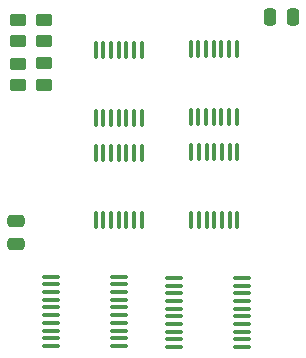
<source format=gbr>
%TF.GenerationSoftware,KiCad,Pcbnew,(6.0.0-0)*%
%TF.CreationDate,2022-02-14T20:59:39-05:00*%
%TF.ProjectId,Shifter-v6,53686966-7465-4722-9d76-362e6b696361,rev?*%
%TF.SameCoordinates,Original*%
%TF.FileFunction,Paste,Top*%
%TF.FilePolarity,Positive*%
%FSLAX46Y46*%
G04 Gerber Fmt 4.6, Leading zero omitted, Abs format (unit mm)*
G04 Created by KiCad (PCBNEW (6.0.0-0)) date 2022-02-14 20:59:39*
%MOMM*%
%LPD*%
G01*
G04 APERTURE LIST*
G04 Aperture macros list*
%AMRoundRect*
0 Rectangle with rounded corners*
0 $1 Rounding radius*
0 $2 $3 $4 $5 $6 $7 $8 $9 X,Y pos of 4 corners*
0 Add a 4 corners polygon primitive as box body*
4,1,4,$2,$3,$4,$5,$6,$7,$8,$9,$2,$3,0*
0 Add four circle primitives for the rounded corners*
1,1,$1+$1,$2,$3*
1,1,$1+$1,$4,$5*
1,1,$1+$1,$6,$7*
1,1,$1+$1,$8,$9*
0 Add four rect primitives between the rounded corners*
20,1,$1+$1,$2,$3,$4,$5,0*
20,1,$1+$1,$4,$5,$6,$7,0*
20,1,$1+$1,$6,$7,$8,$9,0*
20,1,$1+$1,$8,$9,$2,$3,0*%
G04 Aperture macros list end*
%ADD10RoundRect,0.100000X0.637500X0.100000X-0.637500X0.100000X-0.637500X-0.100000X0.637500X-0.100000X0*%
%ADD11RoundRect,0.100000X-0.637500X-0.100000X0.637500X-0.100000X0.637500X0.100000X-0.637500X0.100000X0*%
%ADD12RoundRect,0.100000X0.100000X-0.637500X0.100000X0.637500X-0.100000X0.637500X-0.100000X-0.637500X0*%
%ADD13RoundRect,0.250000X-0.450000X0.262500X-0.450000X-0.262500X0.450000X-0.262500X0.450000X0.262500X0*%
%ADD14RoundRect,0.250000X-0.475000X0.250000X-0.475000X-0.250000X0.475000X-0.250000X0.475000X0.250000X0*%
%ADD15RoundRect,0.250000X-0.250000X-0.475000X0.250000X-0.475000X0.250000X0.475000X-0.250000X0.475000X0*%
G04 APERTURE END LIST*
D10*
%TO.C,U5*%
X170248500Y-96143000D03*
X170248500Y-95493000D03*
X170248500Y-94843000D03*
X170248500Y-94193000D03*
X170248500Y-93543000D03*
X170248500Y-92893000D03*
X170248500Y-92243000D03*
X170248500Y-91593000D03*
X170248500Y-90943000D03*
X170248500Y-90293000D03*
X164523500Y-90293000D03*
X164523500Y-90943000D03*
X164523500Y-91593000D03*
X164523500Y-92243000D03*
X164523500Y-92893000D03*
X164523500Y-93543000D03*
X164523500Y-94193000D03*
X164523500Y-94843000D03*
X164523500Y-95493000D03*
X164523500Y-96143000D03*
%TD*%
D11*
%TO.C,U6*%
X174937500Y-90397000D03*
X174937500Y-91047000D03*
X174937500Y-91697000D03*
X174937500Y-92347000D03*
X174937500Y-92997000D03*
X174937500Y-93647000D03*
X174937500Y-94297000D03*
X174937500Y-94947000D03*
X174937500Y-95597000D03*
X174937500Y-96247000D03*
X180662500Y-96247000D03*
X180662500Y-95597000D03*
X180662500Y-94947000D03*
X180662500Y-94297000D03*
X180662500Y-93647000D03*
X180662500Y-92997000D03*
X180662500Y-92347000D03*
X180662500Y-91697000D03*
X180662500Y-91047000D03*
X180662500Y-90397000D03*
%TD*%
D12*
%TO.C,U2*%
X168300000Y-85512500D03*
X168950000Y-85512500D03*
X169600000Y-85512500D03*
X170250000Y-85512500D03*
X170900000Y-85512500D03*
X171550000Y-85512500D03*
X172200000Y-85512500D03*
X172200000Y-79787500D03*
X171550000Y-79787500D03*
X170900000Y-79787500D03*
X170250000Y-79787500D03*
X169600000Y-79787500D03*
X168950000Y-79787500D03*
X168300000Y-79787500D03*
%TD*%
D13*
%TO.C,R11*%
X163900000Y-68525000D03*
X163900000Y-70350000D03*
%TD*%
D12*
%TO.C,U1*%
X168300000Y-76812500D03*
X168950000Y-76812500D03*
X169600000Y-76812500D03*
X170250000Y-76812500D03*
X170900000Y-76812500D03*
X171550000Y-76812500D03*
X172200000Y-76812500D03*
X172200000Y-71087500D03*
X171550000Y-71087500D03*
X170900000Y-71087500D03*
X170250000Y-71087500D03*
X169600000Y-71087500D03*
X168950000Y-71087500D03*
X168300000Y-71087500D03*
%TD*%
D13*
%TO.C,R12*%
X161700000Y-68537500D03*
X161700000Y-70362500D03*
%TD*%
D14*
%TO.C,C2*%
X161550000Y-85600000D03*
X161550000Y-87500000D03*
%TD*%
D12*
%TO.C,U3*%
X176400000Y-85462500D03*
X177050000Y-85462500D03*
X177700000Y-85462500D03*
X178350000Y-85462500D03*
X179000000Y-85462500D03*
X179650000Y-85462500D03*
X180300000Y-85462500D03*
X180300000Y-79737500D03*
X179650000Y-79737500D03*
X179000000Y-79737500D03*
X178350000Y-79737500D03*
X177700000Y-79737500D03*
X177050000Y-79737500D03*
X176400000Y-79737500D03*
%TD*%
D13*
%TO.C,R13*%
X163900000Y-72225000D03*
X163900000Y-74050000D03*
%TD*%
D15*
%TO.C,C1*%
X183100000Y-68300000D03*
X185000000Y-68300000D03*
%TD*%
D12*
%TO.C,U4*%
X176350000Y-76762500D03*
X177000000Y-76762500D03*
X177650000Y-76762500D03*
X178300000Y-76762500D03*
X178950000Y-76762500D03*
X179600000Y-76762500D03*
X180250000Y-76762500D03*
X180250000Y-71037500D03*
X179600000Y-71037500D03*
X178950000Y-71037500D03*
X178300000Y-71037500D03*
X177650000Y-71037500D03*
X177000000Y-71037500D03*
X176350000Y-71037500D03*
%TD*%
D13*
%TO.C,R10*%
X161700000Y-72237500D03*
X161700000Y-74062500D03*
%TD*%
M02*

</source>
